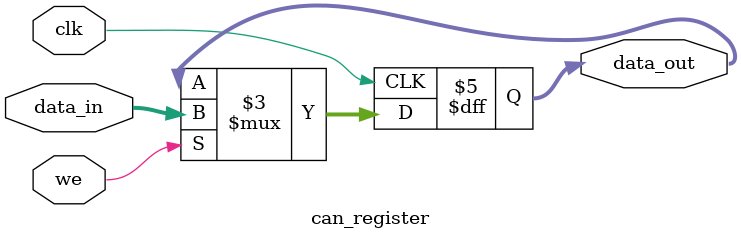
<source format=v>
`timescale 1ns/1ns

module can_register #(
parameter                           WIDTH = 8, // default parameter of the register width
parameter                           U_DLY = 1
)(
input           [WIDTH-1:0]         data_in,
input                               we,
input                               clk,

output  reg     [WIDTH-1:0]         data_out
);
// Parameter Define

// Register Define

// Wire Define


always @ (posedge clk)
begin
    if (we == 1'b1)                        // write
        data_out <= #U_DLY data_in;
    else;
end



endmodule

</source>
